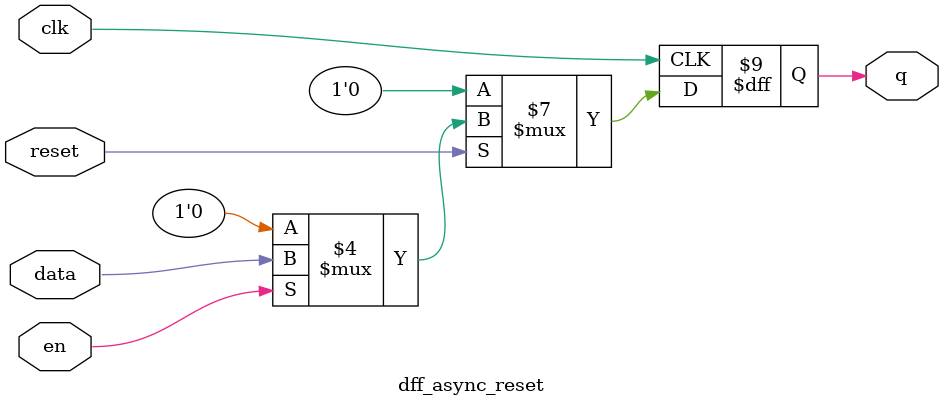
<source format=v>
`timescale 1ns / 1ps

module dff_async_reset # (parameter WIDTH=1) (
data  , // Data Input
clk    , // Clock Input
reset , // Reset input 
en,     // Enable input
q         // Q output
);
//-----------Input Ports---------------
input [WIDTH-1:0] data;
input clk, reset, en ; 

//-----------Output Ports---------------
output reg [WIDTH-1:0] q;

//-------------Code Starts Here---------
always @ (posedge clk)
if (~reset) begin
  q <= 1'b0;
end  else begin
  if (en) q <= data;
  else q <= 'h0;
end

endmodule //End Of Module dff_async_reset

</source>
